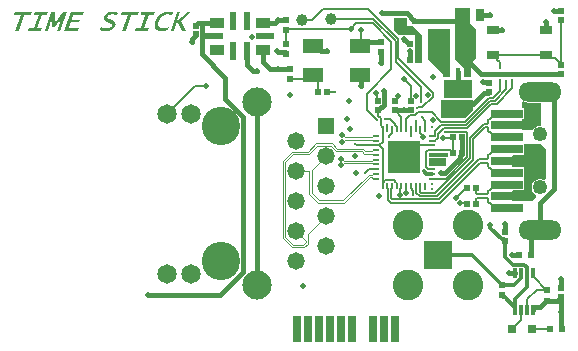
<source format=gtl>
G04*
G04 #@! TF.GenerationSoftware,Altium Limited,Altium Designer,24.1.2 (44)*
G04*
G04 Layer_Physical_Order=1*
G04 Layer_Color=255*
%FSLAX44Y44*%
%MOMM*%
G71*
G04*
G04 #@! TF.SameCoordinates,BDBBCEB5-9933-478C-A866-C286992FDBA5*
G04*
G04*
G04 #@! TF.FilePolarity,Positive*
G04*
G01*
G75*
%ADD22R,0.4725X0.5153*%
%ADD23R,1.1938X0.8890*%
%ADD24R,1.4986X0.5588*%
%ADD25R,0.5588X1.4986*%
%ADD26R,0.5725X0.6153*%
%ADD27R,0.4725X0.5811*%
%ADD28R,0.3000X0.8500*%
%ADD29R,0.6000X0.5000*%
%ADD30R,0.8000X0.8000*%
%ADD31R,0.5000X0.6000*%
%ADD32R,0.5500X0.5000*%
%ADD33R,0.5153X0.4725*%
%ADD34C,1.0000*%
%ADD35R,0.5200X0.5200*%
%ADD36R,1.8000X1.2000*%
%ADD37R,2.7800X0.8000*%
%ADD38R,0.4000X0.5000*%
%ADD39R,0.6500X1.0500*%
%ADD40R,0.5621X0.5596*%
%ADD41R,1.0000X0.7000*%
%ADD42R,1.5549X2.3062*%
%ADD43O,0.4000X0.7000*%
%ADD44R,2.4000X1.6500*%
%ADD62C,2.6018*%
%ADD63R,2.4248X2.4248*%
%ADD67R,0.2000X0.6000*%
%ADD68R,0.6000X0.2000*%
%ADD69R,2.8000X2.8000*%
%ADD70C,0.1530*%
%ADD71C,0.3810*%
%ADD72C,0.2030*%
%ADD73C,0.3493*%
%ADD74C,0.1704*%
%ADD75C,0.1161*%
%ADD76R,0.6500X2.2250*%
%ADD77C,3.2500*%
%ADD78R,1.4780X1.4780*%
%ADD79C,1.4780*%
%ADD80C,1.6500*%
%ADD81C,2.4750*%
%ADD82O,3.6600X1.6600*%
%ADD83C,1.2500*%
%ADD84C,0.4800*%
%ADD85C,0.3000*%
%ADD86C,0.4500*%
%ADD87C,0.5000*%
G36*
X821000Y780925D02*
Y774500D01*
X825750D01*
X833500Y766750D01*
Y743500D01*
X827750D01*
X827500Y743750D01*
Y766750D01*
X813750D01*
X809500Y771000D01*
Y781500D01*
X820425D01*
X821000Y780925D01*
D02*
G37*
G36*
X873760Y777240D02*
X878840Y772160D01*
Y746760D01*
X875030Y742950D01*
Y731520D01*
X868680D01*
Y739140D01*
X861060Y746760D01*
Y789940D01*
X873760D01*
Y777240D01*
D02*
G37*
G36*
X857250Y731520D02*
X850900D01*
Y734060D01*
X838200Y746760D01*
Y772160D01*
X857250D01*
Y731520D01*
D02*
G37*
G36*
X876500Y703238D02*
X869762Y696500D01*
X849761D01*
X849250Y697011D01*
Y712000D01*
X876500D01*
Y703238D01*
D02*
G37*
G36*
X921048Y709937D02*
X923450Y709621D01*
X934250D01*
Y690050D01*
X932509D01*
X930690Y689563D01*
X929060Y688621D01*
X927729Y687290D01*
X927128Y686250D01*
X917750D01*
Y695500D01*
X919850D01*
Y705300D01*
X917750D01*
Y710265D01*
X919020Y710777D01*
X921048Y709937D01*
D02*
G37*
G36*
X855000Y664000D02*
X839000D01*
Y667000D01*
X855000D01*
Y664000D01*
D02*
G37*
G36*
X854000Y656074D02*
X853676Y655750D01*
X839000D01*
Y662750D01*
X854000D01*
Y656074D01*
D02*
G37*
G36*
X938000Y670750D02*
Y644996D01*
X936730Y644262D01*
X936210Y644563D01*
X934391Y645050D01*
X932509D01*
X930690Y644563D01*
X929060Y643621D01*
X927729Y642290D01*
X926787Y640660D01*
X926300Y638841D01*
Y636959D01*
X926787Y635140D01*
X927729Y633510D01*
X929060Y632179D01*
X929898Y631694D01*
X930128Y630128D01*
X926500Y626500D01*
X909750D01*
Y634250D01*
X909748Y634599D01*
X910643Y635500D01*
X919850D01*
Y644230D01*
X919850Y645300D01*
X919850D01*
Y645500D01*
X919850D01*
Y655300D01*
X909619D01*
X909561Y664599D01*
X910457Y665500D01*
X919850D01*
Y674500D01*
X934250D01*
X938000Y670750D01*
D02*
G37*
G36*
X571834Y786825D02*
X572020D01*
X572274Y786802D01*
X572529Y786779D01*
X572830Y786755D01*
X573177Y786709D01*
X573524Y786640D01*
X573917Y786593D01*
X574310Y786501D01*
X575190Y786316D01*
X576115Y786038D01*
X575259Y783562D01*
X575236Y783585D01*
X575143Y783608D01*
X575005Y783655D01*
X574843Y783724D01*
X574611Y783794D01*
X574357Y783886D01*
X574056Y783979D01*
X573732Y784071D01*
X573038Y784256D01*
X572274Y784418D01*
X571511Y784534D01*
X571117Y784580D01*
X570631D01*
X570469Y784557D01*
X570284D01*
X570053Y784534D01*
X569775Y784488D01*
X569197Y784349D01*
X568896Y784233D01*
X568572Y784118D01*
X568271Y783956D01*
X567993Y783770D01*
X567739Y783562D01*
X567507Y783308D01*
X567299Y783007D01*
X567160Y782683D01*
Y782660D01*
X567137Y782544D01*
X567091Y782405D01*
Y782220D01*
X567068Y782035D01*
X567114Y781804D01*
X567160Y781595D01*
X567276Y781410D01*
X567299Y781387D01*
X567345Y781341D01*
X567461Y781225D01*
X567646Y781109D01*
X567878Y780971D01*
X568178Y780786D01*
X568572Y780600D01*
X568780Y780485D01*
X569035Y780392D01*
X570492Y779814D01*
X571742Y779328D01*
X571765Y779305D01*
X571858Y779281D01*
X572020Y779189D01*
X572182Y779096D01*
X572390Y778957D01*
X572621Y778795D01*
X572853Y778610D01*
X573107Y778379D01*
X573315Y778101D01*
X573524Y777801D01*
X573686Y777477D01*
X573801Y777083D01*
X573894Y776690D01*
Y776227D01*
X573825Y775741D01*
X573778Y775487D01*
X573686Y775209D01*
Y775186D01*
X573639Y775116D01*
X573593Y775001D01*
X573524Y774839D01*
X573431Y774653D01*
X573315Y774422D01*
X573177Y774168D01*
X573015Y773913D01*
X572830Y773635D01*
X572621Y773335D01*
X572367Y773034D01*
X572089Y772733D01*
X571788Y772432D01*
X571441Y772131D01*
X571071Y771854D01*
X570677Y771599D01*
X570654Y771576D01*
X570585Y771553D01*
X570446Y771483D01*
X570284Y771391D01*
X570076Y771298D01*
X569821Y771183D01*
X569521Y771067D01*
X569197Y770951D01*
X568826Y770812D01*
X568433Y770697D01*
X567993Y770581D01*
X567554Y770488D01*
X567068Y770396D01*
X566559Y770327D01*
X566026Y770303D01*
X565494Y770280D01*
X565286D01*
X565124Y770303D01*
X564939D01*
X564684Y770327D01*
X564407Y770350D01*
X564106Y770396D01*
X563736Y770442D01*
X563366Y770512D01*
X562949Y770581D01*
X562486Y770650D01*
X562000Y770766D01*
X561491Y770882D01*
X560959Y771021D01*
X560404Y771183D01*
X561352Y773982D01*
X561376Y773959D01*
X561491Y773913D01*
X561630Y773844D01*
X561838Y773751D01*
X562093Y773659D01*
X562394Y773520D01*
X562718Y773404D01*
X563088Y773265D01*
X563481Y773126D01*
X563875Y773011D01*
X564708Y772779D01*
X565124Y772687D01*
X565541Y772617D01*
X565957Y772571D01*
X566351Y772548D01*
X566628D01*
X566767Y772571D01*
X566929D01*
X567322Y772617D01*
X567762Y772710D01*
X568248Y772802D01*
X568711Y772964D01*
X569174Y773173D01*
X569197D01*
X569220Y773196D01*
X569359Y773288D01*
X569567Y773427D01*
X569798Y773612D01*
X570076Y773844D01*
X570307Y774145D01*
X570539Y774468D01*
X570701Y774839D01*
Y774862D01*
X570724Y774954D01*
X570770Y775093D01*
Y775278D01*
Y775463D01*
X570747Y775648D01*
X570677Y775857D01*
X570562Y776042D01*
X570539Y776065D01*
X570469Y776134D01*
X570354Y776227D01*
X570168Y776366D01*
X569891Y776528D01*
X569729Y776620D01*
X569544Y776736D01*
X569335Y776829D01*
X569081Y776944D01*
X568826Y777083D01*
X568526Y777199D01*
X566998Y777847D01*
X566975D01*
X566906Y777893D01*
X566813Y777939D01*
X566674Y777986D01*
X566512Y778078D01*
X566327Y778171D01*
X565934Y778379D01*
X565471Y778657D01*
X565055Y778957D01*
X564661Y779305D01*
X564499Y779466D01*
X564361Y779652D01*
X564337Y779698D01*
X564268Y779837D01*
X564198Y780045D01*
X564129Y780346D01*
X564060Y780716D01*
Y781156D01*
X564129Y781688D01*
X564198Y781966D01*
X564291Y782266D01*
Y782290D01*
X564337Y782359D01*
X564384Y782475D01*
X564430Y782637D01*
X564522Y782799D01*
X564615Y783030D01*
X564754Y783261D01*
X564893Y783516D01*
X565078Y783770D01*
X565263Y784048D01*
X565471Y784326D01*
X565726Y784604D01*
X565980Y784881D01*
X566281Y785159D01*
X566582Y785413D01*
X566929Y785645D01*
X566952Y785668D01*
X567021Y785691D01*
X567114Y785760D01*
X567276Y785830D01*
X567461Y785922D01*
X567669Y786015D01*
X567924Y786131D01*
X568202Y786246D01*
X568526Y786362D01*
X568873Y786478D01*
X569243Y786570D01*
X569636Y786663D01*
X570076Y786732D01*
X570516Y786802D01*
X570978Y786825D01*
X571464Y786848D01*
X571673D01*
X571834Y786825D01*
D02*
G37*
G36*
X619108D02*
X619340Y786802D01*
X619594Y786779D01*
X619872Y786755D01*
X620196Y786709D01*
X620520Y786663D01*
X621260Y786524D01*
X622070Y786316D01*
X622903Y786061D01*
X622024Y783470D01*
X622001Y783493D01*
X621931Y783516D01*
X621792Y783562D01*
X621631Y783655D01*
X621422Y783724D01*
X621191Y783817D01*
X620913Y783932D01*
X620612Y784025D01*
X620288Y784141D01*
X619964Y784233D01*
X619224Y784418D01*
X618484Y784534D01*
X618090Y784557D01*
X617720Y784580D01*
X617489D01*
X617327Y784557D01*
X617141Y784534D01*
X616887Y784488D01*
X616632Y784442D01*
X616332Y784372D01*
X616008Y784279D01*
X615684Y784164D01*
X615313Y784025D01*
X614943Y783863D01*
X614573Y783678D01*
X614180Y783447D01*
X613809Y783192D01*
X613416Y782891D01*
X613393Y782868D01*
X613323Y782822D01*
X613231Y782729D01*
X613092Y782590D01*
X612907Y782428D01*
X612722Y782220D01*
X612514Y781989D01*
X612282Y781734D01*
X612051Y781433D01*
X611819Y781109D01*
X611565Y780762D01*
X611333Y780392D01*
X611102Y779999D01*
X610871Y779559D01*
X610686Y779119D01*
X610500Y778633D01*
Y778610D01*
X610454Y778518D01*
X610431Y778379D01*
X610385Y778194D01*
X610315Y777962D01*
X610269Y777708D01*
X610223Y777430D01*
X610177Y777106D01*
X610153Y776435D01*
Y776065D01*
X610200Y775695D01*
X610269Y775348D01*
X610362Y775001D01*
X610500Y774653D01*
X610686Y774330D01*
X610709Y774306D01*
X610732Y774260D01*
X610801Y774168D01*
X610894Y774075D01*
X611033Y773959D01*
X611171Y773820D01*
X611357Y773659D01*
X611565Y773520D01*
X611819Y773358D01*
X612074Y773196D01*
X612398Y773057D01*
X612722Y772941D01*
X613092Y772849D01*
X613509Y772756D01*
X613948Y772710D01*
X614411Y772687D01*
X614573D01*
X614712Y772710D01*
X614874D01*
X615082Y772733D01*
X615313Y772756D01*
X615568Y772802D01*
X615869Y772849D01*
X616216Y772895D01*
X616563Y772964D01*
X616979Y773057D01*
X617396Y773149D01*
X617859Y773265D01*
X618345Y773404D01*
X618854Y773566D01*
X618067Y771183D01*
X618044D01*
X617928Y771136D01*
X617789Y771090D01*
X617581Y771044D01*
X617327Y770974D01*
X617049Y770905D01*
X616702Y770812D01*
X616355Y770743D01*
X615961Y770650D01*
X615568Y770558D01*
X614712Y770419D01*
X613856Y770327D01*
X613023Y770280D01*
X612861D01*
X612676Y770303D01*
X612421Y770327D01*
X612097Y770350D01*
X611750Y770396D01*
X611357Y770465D01*
X610940Y770558D01*
X610500Y770674D01*
X610061Y770835D01*
X609621Y771021D01*
X609182Y771229D01*
X608765Y771483D01*
X608372Y771784D01*
X608024Y772131D01*
X607701Y772525D01*
X607677Y772548D01*
X607631Y772640D01*
X607562Y772756D01*
X607492Y772941D01*
X607377Y773173D01*
X607284Y773427D01*
X607192Y773751D01*
X607099Y774121D01*
X607006Y774538D01*
X606960Y774977D01*
X606937Y775463D01*
Y775996D01*
X606983Y776574D01*
X607076Y777176D01*
X607215Y777824D01*
X607423Y778495D01*
X607446Y778541D01*
X607492Y778657D01*
X607562Y778842D01*
X607677Y779119D01*
X607816Y779420D01*
X607978Y779790D01*
X608186Y780184D01*
X608441Y780647D01*
X608719Y781109D01*
X609020Y781595D01*
X609390Y782081D01*
X609783Y782590D01*
X610200Y783099D01*
X610686Y783585D01*
X611195Y784071D01*
X611750Y784511D01*
X611796Y784534D01*
X611889Y784604D01*
X612051Y784719D01*
X612282Y784881D01*
X612583Y785043D01*
X612930Y785251D01*
X613323Y785460D01*
X613763Y785691D01*
X614249Y785899D01*
X614781Y786107D01*
X615337Y786316D01*
X615938Y786478D01*
X616540Y786640D01*
X617188Y786755D01*
X617859Y786825D01*
X618553Y786848D01*
X618923D01*
X619108Y786825D01*
D02*
G37*
G36*
X628966Y779004D02*
X633501Y770650D01*
X630308D01*
X626166Y778448D01*
X623528Y770650D01*
X620659D01*
X626027Y786478D01*
X628896D01*
X626351Y778957D01*
X634936Y786478D01*
X637689D01*
X628966Y779004D01*
D02*
G37*
G36*
X527152Y770650D02*
X524723D01*
X528784Y782602D01*
X522779Y773890D01*
X520419D01*
X520276Y782369D01*
X516300Y770650D01*
X514148D01*
X519516Y786478D01*
X522802D01*
X522956Y777507D01*
X529119Y786478D01*
X532521D01*
X527152Y770650D01*
D02*
G37*
G36*
X606220Y784210D02*
X602101D01*
X598260Y772918D01*
X602379D01*
X601615Y770650D01*
X590508D01*
X591272Y772918D01*
X595390D01*
X599231Y784210D01*
X595113D01*
X595876Y786478D01*
X606983D01*
X606220Y784210D01*
D02*
G37*
G36*
X592938D02*
X587037D01*
X582432Y770650D01*
X579563D01*
X584168Y784210D01*
X578267D01*
X579031Y786478D01*
X593701D01*
X592938Y784210D01*
D02*
G37*
G36*
X546173D02*
X538167D01*
X536755Y780068D01*
X543535D01*
X542771Y777801D01*
X535992D01*
X534325Y772918D01*
X542887D01*
X542123Y770650D01*
X530693D01*
X536061Y786478D01*
X546936D01*
X546173Y784210D01*
D02*
G37*
G36*
X515698D02*
X511580D01*
X507738Y772918D01*
X511857D01*
X511094Y770650D01*
X499987D01*
X500750Y772918D01*
X504869D01*
X508710Y784210D01*
X504591D01*
X505355Y786478D01*
X516462D01*
X515698Y784210D01*
D02*
G37*
G36*
X502416D02*
X496516D01*
X491911Y770650D01*
X489042D01*
X493647Y784210D01*
X487746D01*
X488509Y786478D01*
X503180D01*
X502416Y784210D01*
D02*
G37*
D22*
X641750Y775036D02*
D03*
Y767464D02*
D03*
X951250Y545464D02*
D03*
Y553036D02*
D03*
X796290Y711176D02*
D03*
Y703604D02*
D03*
X810260Y711176D02*
D03*
Y703604D02*
D03*
X824230Y711176D02*
D03*
Y703604D02*
D03*
X951230Y787351D02*
D03*
Y779780D02*
D03*
D23*
X660000Y777500D02*
D03*
X698500D02*
D03*
Y754500D02*
D03*
X660000D02*
D03*
D24*
X657660Y766000D02*
D03*
X700840D02*
D03*
D25*
X673250Y778573D02*
D03*
X685250D02*
D03*
Y753427D02*
D03*
X673250D02*
D03*
D26*
X718000Y771214D02*
D03*
Y779786D02*
D03*
X718250Y759786D02*
D03*
Y751214D02*
D03*
X901000Y546464D02*
D03*
Y555036D02*
D03*
D27*
X903750Y600155D02*
D03*
Y592845D02*
D03*
X951230Y741525D02*
D03*
Y734215D02*
D03*
D28*
X927500Y534000D02*
D03*
X922500D02*
D03*
X917500D02*
D03*
X912500D02*
D03*
Y565500D02*
D03*
X917500D02*
D03*
X922500D02*
D03*
X927500D02*
D03*
D29*
X939000Y541500D02*
D03*
Y551500D02*
D03*
D30*
X926250Y518250D02*
D03*
X909750D02*
D03*
D31*
X941500Y518500D02*
D03*
X951500D02*
D03*
X925750Y580390D02*
D03*
X915750D02*
D03*
D32*
X753050Y718820D02*
D03*
X745550D02*
D03*
D33*
X830536Y746250D02*
D03*
X822964D02*
D03*
X822984Y759460D02*
D03*
X830556D02*
D03*
X867386Y680720D02*
D03*
X859814D02*
D03*
X867386Y666750D02*
D03*
X859814D02*
D03*
X871244Y637540D02*
D03*
X878816D02*
D03*
X871244Y623570D02*
D03*
X878816D02*
D03*
D34*
X731520Y779780D02*
D03*
X756500Y780500D02*
D03*
D35*
X721360Y730060D02*
D03*
Y738060D02*
D03*
X798830Y760920D02*
D03*
Y752920D02*
D03*
D36*
X780730Y757490D02*
D03*
X740730D02*
D03*
Y733490D02*
D03*
X780730D02*
D03*
D37*
X905050Y700400D02*
D03*
Y620400D02*
D03*
Y690400D02*
D03*
Y680400D02*
D03*
Y670400D02*
D03*
Y660400D02*
D03*
Y650400D02*
D03*
Y640400D02*
D03*
Y630400D02*
D03*
D38*
X826770Y778700D02*
D03*
X818770D02*
D03*
D39*
X882260Y783590D02*
D03*
X865260D02*
D03*
D40*
X890270Y726643D02*
D03*
Y718617D02*
D03*
D41*
X938170Y749980D02*
D03*
X893170D02*
D03*
X938170Y771480D02*
D03*
X893170D02*
D03*
D42*
X847263Y759460D02*
D03*
X869777D02*
D03*
D43*
X873100Y735610D02*
D03*
X863600D02*
D03*
X854100D02*
D03*
Y707110D02*
D03*
X863600D02*
D03*
X873100D02*
D03*
D44*
X863600Y721360D02*
D03*
D62*
X821350Y605900D02*
D03*
X872150D02*
D03*
X821350Y555100D02*
D03*
X872150D02*
D03*
D63*
X846750Y580500D02*
D03*
D67*
X800010Y639480D02*
D03*
X804010D02*
D03*
X808010D02*
D03*
X812010D02*
D03*
X816010D02*
D03*
X820010D02*
D03*
X824010D02*
D03*
X828010D02*
D03*
X832010D02*
D03*
X836010D02*
D03*
Y687480D02*
D03*
X832010D02*
D03*
X828010D02*
D03*
X824010D02*
D03*
X820010D02*
D03*
X816010D02*
D03*
X812010D02*
D03*
X808010D02*
D03*
X804010D02*
D03*
X800010D02*
D03*
D68*
X842010Y645480D02*
D03*
Y649480D02*
D03*
Y653480D02*
D03*
Y657480D02*
D03*
Y661480D02*
D03*
Y665480D02*
D03*
Y669480D02*
D03*
Y673480D02*
D03*
Y677480D02*
D03*
Y681480D02*
D03*
X794010D02*
D03*
Y677480D02*
D03*
Y673480D02*
D03*
Y669480D02*
D03*
Y665480D02*
D03*
Y661480D02*
D03*
Y657480D02*
D03*
Y653480D02*
D03*
Y649480D02*
D03*
Y645480D02*
D03*
D69*
X818010Y663480D02*
D03*
D70*
X813430Y747115D02*
Y763455D01*
Y747115D02*
X842290Y718255D01*
X811000Y744399D02*
X832315Y723084D01*
X811000Y744399D02*
Y761696D01*
X792196Y780500D02*
X811000Y761696D01*
X787635Y789250D02*
X813430Y763455D01*
X756500Y780500D02*
X792196D01*
X749750Y789250D02*
X787635D01*
X740280Y779780D02*
X749750Y789250D01*
X731520Y779780D02*
X740280D01*
X833000Y697500D02*
X836010Y694490D01*
X842290Y714791D02*
Y718255D01*
X833280Y705781D02*
X842290Y714791D01*
X829500Y705500D02*
X829781Y705781D01*
X833280D01*
X832315Y710565D02*
Y723084D01*
X832250Y710500D02*
X832315Y710565D01*
X828005Y687485D02*
Y694495D01*
Y687485D02*
X828010Y687480D01*
X828000Y694500D02*
X828005Y694495D01*
X836010Y687480D02*
Y694490D01*
X896544Y708794D02*
X909500Y721750D01*
Y728500D01*
X891038Y711224D02*
X894984D01*
X849665Y690758D02*
X870572D01*
X891038Y711224D01*
X892044Y708794D02*
X896544D01*
X864250Y688250D02*
X871500D01*
X892044Y708794D01*
X904750Y720990D02*
Y728250D01*
X894984Y711224D02*
X904750Y720990D01*
X845682Y678797D02*
X846675Y679790D01*
X842010Y677480D02*
X844010D01*
X849500Y690750D02*
X849657D01*
X851939Y688328D02*
X864172D01*
X864250Y688250D01*
X853250Y685163D02*
X853531Y684882D01*
X854799D01*
X854933Y684747D01*
X849657Y690750D02*
X849665Y690758D01*
X846675Y679790D02*
Y683064D01*
X851939Y688328D01*
X844010Y677480D02*
X845327Y678797D01*
X845682D01*
X844103Y681715D02*
Y685353D01*
X843868Y681480D02*
X844103Y681715D01*
Y685353D02*
X849500Y690750D01*
X854933Y684747D02*
X870652D01*
X871627Y683772D01*
X842010Y645480D02*
X853409D01*
X871627Y663698D01*
Y683772D01*
D71*
X818000Y763250D02*
X818189Y763061D01*
X819169D02*
X822750Y759480D01*
X818189Y763061D02*
X819169D01*
X822750Y759413D02*
Y759480D01*
X781996Y758756D02*
X784160Y760920D01*
X798830D01*
X709232Y777500D02*
X711482Y779750D01*
X698500Y777500D02*
X709232D01*
X711482Y779750D02*
X711750D01*
X641750Y775250D02*
X644000Y777500D01*
X641750Y767250D02*
Y767464D01*
X638439Y761189D02*
Y763939D01*
X641750Y767250D01*
X638250Y761000D02*
X638439Y761189D01*
X647750Y777500D02*
X660000D01*
X644000D02*
X647750D01*
X647362Y777112D02*
X647750Y777500D01*
X647362Y750638D02*
Y777112D01*
Y750638D02*
X667000Y731000D01*
X704311Y738439D02*
X711061D01*
X698500Y744250D02*
X704311Y738439D01*
X711061D02*
X711345Y738155D01*
X698500Y744250D02*
Y754500D01*
X717293Y752386D02*
X718250Y751429D01*
Y751214D02*
Y751429D01*
X711864Y752386D02*
X717293D01*
X711768Y779768D02*
X717982D01*
X718000Y779786D01*
X711750Y779750D02*
X711768Y779768D01*
X685250Y741500D02*
X690061Y736689D01*
X693811D02*
X694000Y736500D01*
X690061Y736689D02*
X693811D01*
X685250Y741500D02*
Y753427D01*
X641750Y775036D02*
Y775250D01*
X799750Y785500D02*
X820470D01*
X826770Y778700D02*
Y779200D01*
X820470Y785500D02*
X826770Y779200D01*
X747825Y753395D02*
Y753500D01*
Y753395D02*
X752625D01*
X752750Y753270D01*
X711345Y738155D02*
X721318D01*
X740892Y760433D02*
X747825Y753500D01*
X849500Y650500D02*
X852470D01*
X865196Y663226D01*
X903750Y600155D02*
Y606750D01*
X906750Y565500D02*
X912500D01*
X933345Y536345D02*
X938500Y541500D01*
X927905Y536345D02*
X933345D01*
X927500Y535940D02*
X927905Y536345D01*
X927500Y534000D02*
Y535940D01*
X938500Y541500D02*
X939000D01*
X947500D02*
X951250Y545250D01*
X939000Y541500D02*
X947500D01*
X951250Y545250D02*
Y545464D01*
Y518750D02*
X951375Y518625D01*
X909250Y580500D02*
X909360Y580390D01*
X915750D01*
X951250Y518750D02*
Y545250D01*
X951000Y560500D02*
X951125Y560375D01*
Y553161D02*
X951250Y553036D01*
X951125Y553161D02*
Y560375D01*
X601000Y547250D02*
X662500D01*
X681995Y566745D01*
X863600Y721360D02*
Y735610D01*
X681995Y566745D02*
Y697503D01*
X667000Y712498D02*
X681995Y697503D01*
X667000Y712498D02*
Y731000D01*
X867171Y666750D02*
X867386D01*
X865196Y664775D02*
X867171Y666750D01*
X865196Y663226D02*
Y664775D01*
X867386Y666750D02*
Y680720D01*
X798790Y743540D02*
Y752952D01*
X798750Y743500D02*
X798790Y743540D01*
Y752952D02*
X798857Y753020D01*
X785213Y733108D02*
X785730D01*
X781500Y729395D02*
X785213Y733108D01*
X781500Y724250D02*
Y729395D01*
X822964Y746250D02*
X822982Y746268D01*
Y753232D02*
X823000Y753250D01*
X822982Y746268D02*
Y753232D01*
X945250Y787500D02*
X950413D01*
X950770Y787142D01*
X883480Y783795D02*
Y783857D01*
Y783795D02*
X883605Y783670D01*
X890920D01*
X891000Y783750D01*
X938250Y772588D02*
Y777750D01*
X937893Y772230D02*
X938250Y772588D01*
X896338Y771500D02*
X901500D01*
X895980Y771858D02*
X896338Y771500D01*
X889912Y727000D02*
X890270Y726643D01*
X884750Y727000D02*
X889912D01*
X939092Y718900D02*
X945000Y712992D01*
X933450Y718900D02*
X939092D01*
X945000Y636644D02*
Y712992D01*
X933450Y625094D02*
X945000Y636644D01*
X933450Y601900D02*
Y625094D01*
X925750Y580390D02*
Y595992D01*
X931658Y601900D01*
X933450D01*
X690757Y555010D02*
X693440D01*
Y709910D01*
X801000Y718982D02*
Y719250D01*
Y718982D02*
X801457Y718525D01*
X796290Y703819D02*
X798265Y705794D01*
X799814D02*
X801457Y707437D01*
X798265Y705794D02*
X799814D01*
X801457Y707437D02*
Y718525D01*
X796290Y703604D02*
Y703819D01*
X818352Y703604D02*
X824230D01*
X873100Y708163D02*
X873188Y708250D01*
X876750D02*
X886224Y717724D01*
X889377D02*
X890270Y718617D01*
X886224Y717724D02*
X889377D01*
X873188Y708250D02*
X876750D01*
X873100Y707110D02*
Y708163D01*
X863600Y707110D02*
X873100D01*
X883285Y734215D02*
X951230D01*
X810260Y703604D02*
X818352D01*
X872500Y745000D02*
X883285Y734215D01*
X826770Y778700D02*
X862370D01*
X865260Y781590D01*
Y783590D01*
D72*
X791750Y776750D02*
X807500Y761000D01*
Y738141D02*
Y761000D01*
X786500Y717141D02*
X807500Y738141D01*
X780730Y757490D02*
X781996Y758756D01*
Y771354D01*
X773000Y772250D02*
X777500Y776750D01*
X791750D01*
X719036Y772250D02*
X773000D01*
X718000Y771214D02*
X719036Y772250D01*
X718125Y759911D02*
Y771089D01*
X718000Y771214D02*
X718125Y771089D01*
Y759911D02*
X718250Y759786D01*
X836750Y667975D02*
X838254Y669480D01*
X836750Y654985D02*
X838254Y653480D01*
X836750Y654985D02*
Y667975D01*
X838254Y653480D02*
X842010D01*
X838254Y669480D02*
X856870D01*
X801699Y695500D02*
X806698D01*
X812720Y714720D02*
X813250Y715250D01*
X812720Y713850D02*
Y714720D01*
X810260Y711390D02*
X812720Y713850D01*
X922500Y534000D02*
Y543250D01*
X930750Y551500D01*
X938500D01*
X927500Y565500D02*
X927985Y565015D01*
X938500Y551500D02*
X939000D01*
X927985Y562015D02*
X938500Y551500D01*
X927985Y562015D02*
Y565015D01*
X951375Y518625D02*
X951500Y518500D01*
X926250Y518250D02*
X926500Y518500D01*
X941500D01*
X909750Y518250D02*
X917500Y526000D01*
Y534000D01*
X824010Y637510D02*
X825095Y636425D01*
X824010Y637510D02*
Y639480D01*
X825095Y635687D02*
Y636425D01*
X825814Y631601D02*
X826000Y631416D01*
X836008Y639478D02*
X836010Y639480D01*
X836008Y636229D02*
Y639478D01*
X825095Y635687D02*
X825814Y634967D01*
Y631601D02*
Y634967D01*
X836005Y636227D02*
X836008Y636229D01*
X640980Y724000D02*
X650250D01*
X617240Y700260D02*
X640980Y724000D01*
X800010Y676772D02*
Y687480D01*
X796733Y673495D02*
X800010Y676772D01*
X794025Y673495D02*
X796733D01*
X794010Y673480D02*
X794025Y673495D01*
X776762Y674750D02*
X778033Y673480D01*
X776500Y674750D02*
X776762D01*
X778033Y673480D02*
X794010D01*
X806698Y695500D02*
X810925Y691273D01*
Y690535D02*
Y691273D01*
Y690535D02*
X811995Y689465D01*
X794943Y712523D02*
X796290Y711176D01*
X794250Y717251D02*
X794943Y716558D01*
X794250Y717251D02*
Y718000D01*
X794943Y712523D02*
Y716558D01*
X818250Y730000D02*
X824230Y724020D01*
Y711176D02*
Y724020D01*
X810260Y711176D02*
Y711390D01*
X786500Y703631D02*
X794869Y695263D01*
X786500Y703631D02*
Y717141D01*
X798284Y690669D02*
X799488Y689465D01*
X799995Y687495D02*
X800010Y687480D01*
X799995Y687495D02*
Y689465D01*
X799488D02*
X799995D01*
X798284Y690669D02*
Y696414D01*
X796183Y698515D02*
X798284Y696414D01*
X796183Y698515D02*
Y703497D01*
X832025Y684224D02*
Y685495D01*
Y684224D02*
X834565Y681684D01*
Y680935D02*
Y681684D01*
X823596Y699113D02*
X827386D01*
X829773Y701500D02*
X842000D01*
X820000Y695517D02*
X823596Y699113D01*
X842000Y701500D02*
X849750Y693750D01*
X827386Y699113D02*
X829773Y701500D01*
X849750Y693750D02*
X869773D01*
X889928Y713904D01*
X893874D01*
X899250Y719280D02*
Y728500D01*
X893874Y713904D02*
X899250Y719280D01*
X820000Y692750D02*
Y695517D01*
X851249Y679500D02*
X851779Y680030D01*
X859124D02*
X859814Y680720D01*
X851779Y680030D02*
X859124D01*
X800010Y641450D02*
Y670188D01*
Y641450D02*
X801095Y642535D01*
X800010Y639480D02*
Y641450D01*
X801095Y642535D02*
Y643273D01*
X802217Y644395D01*
X809803D01*
X810925Y642535D02*
Y643273D01*
Y642535D02*
X812010Y641450D01*
X809803Y644395D02*
X810925Y643273D01*
X812010Y639480D02*
Y641450D01*
X794869Y695000D02*
Y695263D01*
X824010Y681510D02*
Y687480D01*
X824000Y681500D02*
X824010Y681510D01*
X894670Y749980D02*
X938170D01*
X897155Y745995D02*
Y747495D01*
Y745995D02*
X899000Y744150D01*
X893170Y749980D02*
X894670D01*
X897155Y747495D01*
X899000Y739250D02*
Y744150D01*
X820010Y687480D02*
Y692740D01*
X820000Y692750D02*
X820010Y692740D01*
X796733Y673465D02*
X800010Y670188D01*
X826450Y673480D02*
X842010D01*
X826235Y673265D02*
X826450Y673480D01*
X951230Y742068D02*
Y779780D01*
X945803Y747495D02*
X951230Y742068D01*
Y741525D02*
Y742068D01*
X940655Y747495D02*
X945803D01*
X938170Y749980D02*
X940655Y747495D01*
X721360Y730060D02*
X737300D01*
X740730Y733490D01*
X745550Y718820D02*
Y728670D01*
X740730Y733490D02*
X745550Y728670D01*
X753050Y718820D02*
X753085Y718785D01*
X759334D01*
X759369Y718750D01*
X805500Y681263D02*
X807995Y683758D01*
Y685495D01*
X805500Y681000D02*
Y681263D01*
X859814Y666750D02*
Y680720D01*
X856870Y669480D02*
X859600Y666750D01*
X859814D01*
X810260Y703390D02*
Y703604D01*
X816010Y687480D02*
Y697640D01*
X810260Y703390D02*
X816010Y697640D01*
X788215Y653465D02*
X793995D01*
X785000Y650250D02*
X788215Y653465D01*
X793995D02*
X794010Y653480D01*
D73*
X917500Y561008D02*
Y565500D01*
X911528Y555036D02*
X917500Y561008D01*
X901000Y555036D02*
X911528D01*
X836715Y649480D02*
X842010D01*
X834723Y651472D02*
X836715Y649480D01*
X903750Y592845D02*
Y593388D01*
Y578863D02*
Y592845D01*
X890750Y605750D02*
X891000Y605500D01*
Y603895D02*
X900892Y594004D01*
X891000Y603895D02*
Y605500D01*
X900892Y594004D02*
X903134D01*
X903750Y593388D01*
Y578863D02*
X910217Y572396D01*
X920096D01*
X922254Y570239D01*
Y565746D02*
X922500Y565500D01*
X922254Y565746D02*
Y570239D01*
X912500Y536258D02*
Y543250D01*
Y534000D02*
Y536258D01*
Y543250D02*
X922500Y553250D01*
Y565500D01*
X903624Y545134D02*
X912500Y536258D01*
X902116Y545134D02*
X903624D01*
X901000Y546250D02*
X902116Y545134D01*
X846750Y580500D02*
X875750D01*
X901000Y555250D01*
Y555036D02*
Y555250D01*
D74*
X895150Y620400D02*
X905050D01*
X890424Y624648D02*
X890902D01*
X889398Y625674D02*
Y628252D01*
X890902Y624648D02*
X895150Y620400D01*
X889398Y625674D02*
X890424Y624648D01*
X885467Y629250D02*
X888400D01*
X889398Y628252D01*
X885467Y629250D02*
X885467Y629250D01*
X879814Y629250D02*
X885467D01*
X832010Y637480D02*
Y639480D01*
X831312Y634386D02*
X832723Y632975D01*
X831312Y634386D02*
Y636782D01*
X843713Y633091D02*
X844580D01*
X828010Y637480D02*
X828708Y636782D01*
X844580Y633091D02*
X874144Y662655D01*
X815862Y637332D02*
Y639332D01*
X845706Y630371D02*
X876864Y661529D01*
X831312Y636782D02*
X832010Y637480D01*
X814979Y632511D02*
Y636449D01*
X819885Y633424D02*
X819947Y633486D01*
X831644Y630371D02*
X845706D01*
X814387Y631919D02*
X814979Y632511D01*
X819947Y639417D02*
X820010Y639480D01*
X828708Y633307D02*
X831644Y630371D01*
X828010Y637480D02*
Y639480D01*
X814979Y636449D02*
X815862Y637332D01*
X828708Y633307D02*
Y636782D01*
X804650Y627638D02*
X807242Y625047D01*
X815862Y639332D02*
X816010Y639480D01*
X843597Y632975D02*
X843713Y633091D01*
X807242Y625047D02*
X848698D01*
X882691Y659040D01*
X807370Y628765D02*
X808368Y627767D01*
X847571D02*
X881564Y661760D01*
X808368Y627767D02*
X847571D01*
X832723Y632975D02*
X843597D01*
X819947Y633486D02*
Y639417D01*
X807370Y628765D02*
Y636840D01*
X804650Y627638D02*
Y636840D01*
X879814Y631970D02*
X884340D01*
X884340Y631970D02*
X888400D01*
X878816Y632968D02*
Y637540D01*
X889398Y632968D02*
Y635126D01*
X878816Y632968D02*
X879814Y631970D01*
X888400Y631970D02*
X889398Y632968D01*
X884340Y631970D02*
X884340Y631970D01*
X878816Y628252D02*
X879814Y629250D01*
X878816Y623570D02*
Y628252D01*
X870326Y624488D02*
X871244Y623570D01*
X861805Y628995D02*
X862485D01*
X865949Y625080D02*
X866541Y624488D01*
X870326D01*
X862485Y628995D02*
X871030Y637540D01*
X876864Y661529D02*
Y678684D01*
X874144Y662655D02*
Y680043D01*
X885862Y691760D01*
X882691Y659040D02*
X888400D01*
X876748Y678800D02*
X886988Y689040D01*
X876748Y678800D02*
X876864Y678684D01*
X881564Y661760D02*
X888400D01*
Y691760D02*
X889398Y692758D01*
Y685674D02*
Y688042D01*
X888400Y689040D02*
X889398Y688042D01*
X886988Y689040D02*
X888400D01*
X889398Y692758D02*
Y695126D01*
X885862Y691760D02*
X888400D01*
X890424Y696152D02*
X890902D01*
X889398Y695126D02*
X890424Y696152D01*
X890902Y636152D02*
X895150Y640400D01*
X889398Y635126D02*
X890424Y636152D01*
X895150Y640400D02*
X905050D01*
X890424Y636152D02*
X890902D01*
X871030Y637540D02*
X871244D01*
X808010Y637480D02*
Y639480D01*
X807370Y636840D02*
X808010Y637480D01*
X804010D02*
Y639480D01*
Y637480D02*
X804650Y636840D01*
X889398Y662758D02*
Y665126D01*
X888400Y661760D02*
X889398Y662758D01*
X890424Y666152D02*
X890902D01*
X889398Y665126D02*
X890424Y666152D01*
X890902D02*
X895150Y670400D01*
X905050D01*
X889398Y655674D02*
X890424Y654648D01*
X889398Y655674D02*
Y658042D01*
X888400Y659040D02*
X889398Y658042D01*
X890424Y654648D02*
X890902D01*
X895150Y650400D02*
X905050D01*
X890902Y654648D02*
X895150Y650400D01*
Y680400D02*
X905050D01*
X890902Y684648D02*
X895150Y680400D01*
Y700400D02*
X905050D01*
X889398Y685674D02*
X890424Y684648D01*
X890902D01*
X890902Y696152D02*
X895150Y700400D01*
D75*
X782810Y658391D02*
X782810Y658391D01*
X781908Y660568D02*
X791099D01*
X781908Y660568D02*
X781908Y660568D01*
X767040Y658391D02*
X782810D01*
X767040Y660568D02*
X781908D01*
X761631Y670557D02*
X783059D01*
X785048Y668568D01*
X782157Y668381D02*
X784146Y666392D01*
X760729Y668381D02*
X782157D01*
X756931Y675257D02*
X761631Y670557D01*
X756029Y673081D02*
X760729Y668381D01*
X782810Y658391D02*
X791099D01*
X779723Y678391D02*
X791099D01*
X765810Y676630D02*
X766548D01*
Y682330D02*
X768310Y680568D01*
X765810Y682330D02*
X766548D01*
X778822Y680568D02*
X778822Y680568D01*
X791099D01*
X768310Y680568D02*
X778822D01*
X766548Y676630D02*
X768310Y678391D01*
X779723D02*
X779723Y678391D01*
X768310Y678391D02*
X779723D01*
X766571Y627017D02*
X788123Y648569D01*
X789025Y646392D02*
X791099D01*
X746392Y627017D02*
X766571D01*
X788123Y648569D02*
X791099D01*
X767473Y624840D02*
X789025Y646392D01*
X745490Y624840D02*
X767473D01*
X744596Y673081D02*
X756029D01*
X792010Y665480D02*
X794010D01*
X791099Y666392D02*
X792010Y665480D01*
X784146Y666392D02*
X791099D01*
X723381Y668039D02*
X736476D01*
X743694Y675257D02*
X756931D01*
X792010Y669480D02*
X794010D01*
X785048Y668568D02*
X791099D01*
X792010Y669480D01*
X736476Y668039D02*
X743694Y675257D01*
X736869Y598439D02*
X751840Y613410D01*
X736869Y593359D02*
X737026Y593203D01*
X736869Y593359D02*
Y598439D01*
X737026Y590437D02*
Y593203D01*
X715373Y660032D02*
X723381Y668039D01*
X733692Y587103D02*
X737026Y590437D01*
X722998Y587103D02*
X733692D01*
X715373Y594728D02*
Y660032D01*
Y594728D02*
X722998Y587103D01*
X737378Y665863D02*
X744596Y673081D01*
X724283Y665863D02*
X737378D01*
X717550Y595630D02*
Y659130D01*
X724283Y665863D01*
X726440Y600710D02*
X734849Y592301D01*
Y591339D02*
Y592301D01*
X732790Y589280D02*
X734849Y591339D01*
X717550Y595630D02*
X723900Y589280D01*
X732790D01*
X737870Y632460D02*
X745490Y624840D01*
X740047Y652417D02*
X751840Y664210D01*
X740047Y642476D02*
X740047Y642476D01*
X737870Y632460D02*
Y643378D01*
X740047Y633362D02*
Y642476D01*
X727049Y652119D02*
X737190D01*
X737870Y643378D02*
X737870Y643378D01*
X740047Y642476D02*
Y652417D01*
X737870Y643378D02*
Y651439D01*
X737190Y652119D02*
X737870Y651439D01*
X740047Y633362D02*
X746392Y627017D01*
X791099Y646392D02*
X792010Y645480D01*
X794010D01*
X791099Y648569D02*
X792010Y649480D01*
X794010D01*
X726440Y651510D02*
X727049Y652119D01*
X791099Y660568D02*
X792010Y661480D01*
X794010D01*
X764540Y662330D02*
X765278D01*
X767040Y660568D01*
X792010Y657480D02*
X794010D01*
X791099Y658391D02*
X792010Y657480D01*
X765278Y656630D02*
X767040Y658391D01*
X764540Y656630D02*
X765278D01*
X791099Y680568D02*
X792010Y681480D01*
X794010D01*
X792010Y677480D02*
X794010D01*
X791099Y678391D02*
X792010Y677480D01*
D76*
X791735Y517680D02*
D03*
X810558D02*
D03*
X801146D02*
D03*
X764896D02*
D03*
X774308D02*
D03*
X746073D02*
D03*
X755485D02*
D03*
X736662D02*
D03*
X727250D02*
D03*
D77*
X662940Y689610D02*
D03*
Y575310D02*
D03*
D78*
X751840Y689610D02*
D03*
D79*
X726440Y676910D02*
D03*
X751840Y664210D02*
D03*
X726440Y651510D02*
D03*
X751840Y638810D02*
D03*
X726440Y626110D02*
D03*
X751840Y613410D02*
D03*
X726440Y600710D02*
D03*
X751840Y588010D02*
D03*
X726440Y575310D02*
D03*
D80*
X637540Y700260D02*
D03*
X617240D02*
D03*
X637540Y564660D02*
D03*
X617240D02*
D03*
D81*
X693440Y709910D02*
D03*
Y555010D02*
D03*
D82*
X933450Y601900D02*
D03*
Y718900D02*
D03*
D83*
Y637900D02*
D03*
Y682900D02*
D03*
D84*
X818000Y763250D02*
D03*
X781996Y771354D02*
D03*
X773000Y772250D02*
D03*
X638250Y761000D02*
D03*
X710748Y753537D02*
D03*
X711750Y779750D02*
D03*
X694000Y736500D02*
D03*
X799750Y785500D02*
D03*
X812250Y778800D02*
D03*
X689345Y765354D02*
D03*
X721750Y716500D02*
D03*
X752750Y753270D02*
D03*
X711250Y738250D02*
D03*
X890750Y605750D02*
D03*
X796750Y630500D02*
D03*
X808485Y655515D02*
D03*
X817360D02*
D03*
X826235D02*
D03*
X813250Y715250D02*
D03*
X849500Y650500D02*
D03*
X903625Y606875D02*
D03*
X906625Y565625D02*
D03*
X951125Y532125D02*
D03*
X909360Y580390D02*
D03*
X951000Y560500D02*
D03*
X819885Y633424D02*
D03*
X814387Y631919D02*
D03*
X601000Y547250D02*
D03*
X667000Y731000D02*
D03*
X650250Y724000D02*
D03*
X842500Y731500D02*
D03*
X732750Y554500D02*
D03*
X923500Y663792D02*
D03*
Y657083D02*
D03*
Y650375D02*
D03*
Y643667D02*
D03*
Y630250D02*
D03*
X932000Y650000D02*
D03*
Y669250D02*
D03*
X923500Y670500D02*
D03*
X932000Y656417D02*
D03*
Y662833D02*
D03*
X777000Y664500D02*
D03*
X777464Y649806D02*
D03*
X772250Y687250D02*
D03*
X769986Y696050D02*
D03*
X771750Y711000D02*
D03*
X798750Y743500D02*
D03*
X781500Y724250D02*
D03*
X823000Y753250D02*
D03*
X945250Y787500D02*
D03*
X891000Y783750D02*
D03*
X938250Y777750D02*
D03*
X901500Y771500D02*
D03*
X884750Y727000D02*
D03*
X865949Y625080D02*
D03*
X861805Y628995D02*
D03*
X794250Y718000D02*
D03*
X818250Y730000D02*
D03*
X828250Y715250D02*
D03*
X838225Y716475D02*
D03*
X801000Y719250D02*
D03*
X834565Y680935D02*
D03*
X842600Y694798D02*
D03*
X818352Y703604D02*
D03*
X851249Y679500D02*
D03*
X808235Y663745D02*
D03*
X826485D02*
D03*
X826235Y673265D02*
D03*
X817360Y663745D02*
D03*
X817360Y673265D02*
D03*
X808485D02*
D03*
X818250Y772750D02*
D03*
X812250D02*
D03*
X764540Y662330D02*
D03*
Y656630D02*
D03*
X765810Y682330D02*
D03*
Y676630D02*
D03*
D85*
X834410Y651680D02*
D03*
X842250Y636227D02*
D03*
X841500Y640500D02*
D03*
X801699Y695500D02*
D03*
X851750Y657500D02*
D03*
X847500Y665500D02*
D03*
X836005Y636227D02*
D03*
X851980Y665618D02*
D03*
X841750Y688750D02*
D03*
X833000Y697500D02*
D03*
X776500Y674750D02*
D03*
X832250Y710500D02*
D03*
X829500Y705500D02*
D03*
X794869Y695000D02*
D03*
X803987Y691119D02*
D03*
X828000Y694500D02*
D03*
X909500Y728500D02*
D03*
X904625Y728375D02*
D03*
X853250Y685163D02*
D03*
X826000Y631416D02*
D03*
X824010Y681510D02*
D03*
X899000Y739250D02*
D03*
X899250Y728500D02*
D03*
X759369Y718750D02*
D03*
X805500Y681000D02*
D03*
X867250Y745000D02*
D03*
X872500D02*
D03*
X785000Y650250D02*
D03*
D86*
X868250Y700000D02*
D03*
X930750Y705250D02*
D03*
Y698500D02*
D03*
X854750Y700000D02*
D03*
X871250Y775000D02*
D03*
X864750D02*
D03*
X861500Y700000D02*
D03*
X923750Y705250D02*
D03*
Y698500D02*
D03*
Y692250D02*
D03*
D87*
X869100Y721360D02*
D03*
X858100D02*
D03*
M02*

</source>
